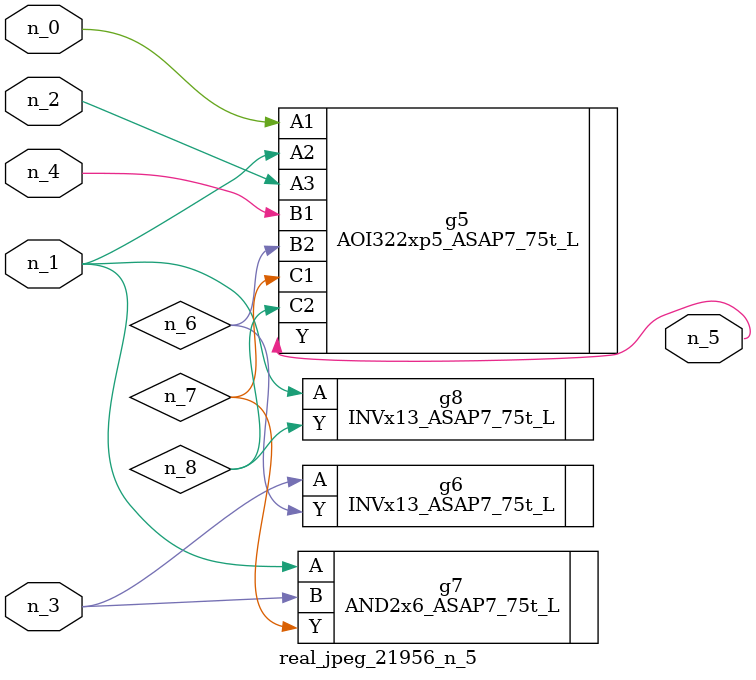
<source format=v>
module real_jpeg_21956_n_5 (n_4, n_0, n_1, n_2, n_3, n_5);

input n_4;
input n_0;
input n_1;
input n_2;
input n_3;

output n_5;

wire n_8;
wire n_6;
wire n_7;

AOI322xp5_ASAP7_75t_L g5 ( 
.A1(n_0),
.A2(n_1),
.A3(n_2),
.B1(n_4),
.B2(n_6),
.C1(n_7),
.C2(n_8),
.Y(n_5)
);

AND2x6_ASAP7_75t_L g7 ( 
.A(n_1),
.B(n_3),
.Y(n_7)
);

INVx13_ASAP7_75t_L g8 ( 
.A(n_1),
.Y(n_8)
);

INVx13_ASAP7_75t_L g6 ( 
.A(n_3),
.Y(n_6)
);


endmodule
</source>
